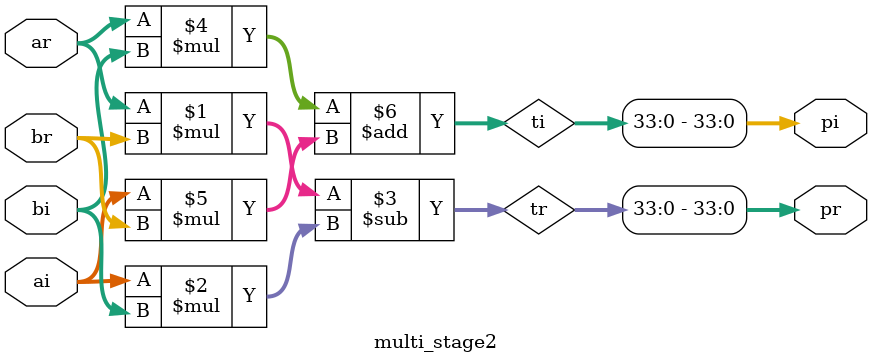
<source format=v>
module multi_stage2
#(parameter n = 33)
(
    input signed [n-1:0] ar,ai,br,bi,
    output signed [n:0] pr,pi
);

    wire signed [2*n-1:0] tr,ti;
    assign tr= ar*br - ai*bi;
    assign ti= ar*bi + ai*br;

    assign pr = tr[n:0];
    assign pi = ti[n:0];

endmodule


</source>
